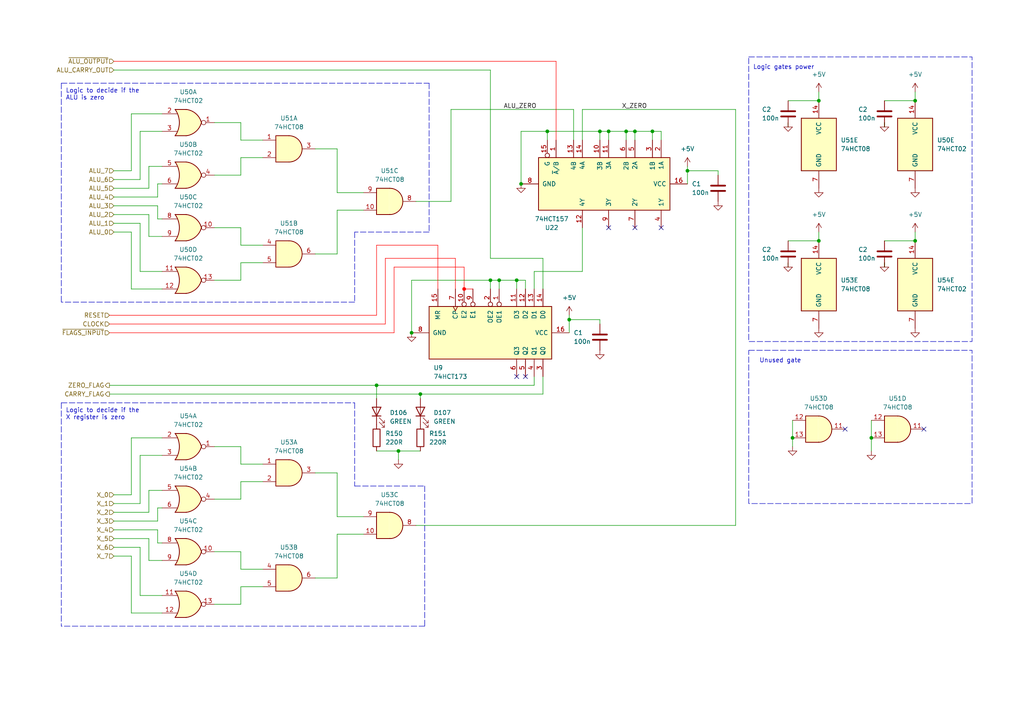
<source format=kicad_sch>
(kicad_sch (version 20230121) (generator eeschema)
  (paper "A4")
  (title_block (title "8-bit CPU") (date "2023-11-28") (rev "1.0") (company "TBR Designs"))
  (lib_symbols
    (symbol "01_my_library:74HCT157" (pin_names (offset 1.016))
      (property "Reference" "U" (at -7.62 20.32 0))
      (property "Value" "74HCT157" (at -7.62 -21.59 0))
      (symbol "74HCT157_1_0"
        (pin input line (at -12.7 -13.97 0) (length 5.08) (name "~{A}/B") (number "1"))
        (pin input line (at -12.7 -1.27 0) (length 5.08) (name "3B") (number "10"))
        (pin input line (at -12.7 1.27 0) (length 5.08) (name "3A") (number "11"))
        (pin output line (at 12.7 -6.35 180) (length 5.08) (name "4Y") (number "12"))
        (pin input line (at -12.7 -8.89 0) (length 5.08) (name "4B") (number "13"))
        (pin input line (at -12.7 -6.35 0) (length 5.08) (name "4A") (number "14"))
        (pin input inverted (at -12.7 -16.51 0) (length 5.08) (name "G") (number "15"))
        (pin power_in line (at 0 24.13 270) (length 5.08) (name "VCC") (number "16"))
        (pin input line (at -12.7 16.51 0) (length 5.08) (name "1A") (number "2"))
        (pin input line (at -12.7 13.97 0) (length 5.08) (name "1B") (number "3"))
        (pin output line (at 12.7 16.51 180) (length 5.08) (name "1Y") (number "4"))
        (pin input line (at -12.7 8.89 0) (length 5.08) (name "2A") (number "5"))
        (pin input line (at -12.7 6.35 0) (length 5.08) (name "2B") (number "6"))
        (pin output line (at 12.7 8.89 180) (length 5.08) (name "2Y") (number "7"))
        (pin power_in line (at 0 -24.13 90) (length 5.08) (name "GND") (number "8"))
        (pin output line (at 12.7 1.27 180) (length 5.08) (name "3Y") (number "9"))
      )
      (symbol "74HCT157_1_1"
        (rectangle (start -7.62 19.05) (end 7.62 -19.05) (stroke (width 0.254)) (fill (type background)))
      )
    )
    (symbol "74xx:74HCT02" (pin_names (offset 1.016))
      (property "Reference" "U" (at 0 1.27 0))
      (property "Value" "74HCT02" (at 0 -1.27 0))
      (symbol "74HCT02_1_1"
        (arc (start -3.81 -3.81) (mid -2.589 0) (end -3.81 3.81) (stroke (width 0.254)))
        (arc (start -0.6096 -3.81) (mid 2.1842 -2.5851) (end 3.81 0) (stroke (width 0.254)) (fill (type background)))
        (polyline (pts (xy -3.81 -3.81) (xy -0.635 -3.81)) (stroke (width 0.254)) (fill (type background)))
        (polyline (pts (xy -3.81 3.81) (xy -0.635 3.81)) (stroke (width 0.254)) (fill (type background)))
        (polyline (pts (xy -0.635 3.81) (xy -3.81 3.81) (xy -3.81 3.81) (xy -3.556 3.4036) (xy -3.0226 2.2606) (xy -2.6924 1.0414) (xy -2.6162 -0.254) (xy -2.7686 -1.4986) (xy -3.175 -2.7178) (xy -3.81 -3.81) (xy -3.81 -3.81) (xy -0.635 -3.81)) (stroke (width -25.4)) (fill (type background)))
        (arc (start 3.81 0) (mid 2.1915 2.5936) (end -0.6096 3.81) (stroke (width 0.254)) (fill (type background)))
        (pin output inverted (at 7.62 0 180) (length 3.81) (name "~") (number "1"))
        (pin input line (at -7.62 2.54 0) (length 4.318) (name "~") (number "2"))
        (pin input line (at -7.62 -2.54 0) (length 4.318) (name "~") (number "3"))
      )
      (symbol "74HCT02_1_2"
        (arc (start 0 -3.81) (mid 3.7934 0) (end 0 3.81) (stroke (width 0.254)) (fill (type background)))
        (polyline (pts (xy 0 3.81) (xy -3.81 3.81) (xy -3.81 -3.81) (xy 0 -3.81)) (stroke (width 0.254)) (fill (type background)))
        (pin output line (at 7.62 0 180) (length 3.81) (name "~") (number "1"))
        (pin input inverted (at -7.62 2.54 0) (length 3.81) (name "~") (number "2"))
        (pin input inverted (at -7.62 -2.54 0) (length 3.81) (name "~") (number "3"))
      )
      (symbol "74HCT02_2_1"
        (arc (start -3.81 -3.81) (mid -2.589 0) (end -3.81 3.81) (stroke (width 0.254)))
        (arc (start -0.6096 -3.81) (mid 2.1842 -2.5851) (end 3.81 0) (stroke (width 0.254)) (fill (type background)))
        (polyline (pts (xy -3.81 -3.81) (xy -0.635 -3.81)) (stroke (width 0.254)) (fill (type background)))
        (polyline (pts (xy -3.81 3.81) (xy -0.635 3.81)) (stroke (width 0.254)) (fill (type background)))
        (polyline (pts (xy -0.635 3.81) (xy -3.81 3.81) (xy -3.81 3.81) (xy -3.556 3.4036) (xy -3.0226 2.2606) (xy -2.6924 1.0414) (xy -2.6162 -0.254) (xy -2.7686 -1.4986) (xy -3.175 -2.7178) (xy -3.81 -3.81) (xy -3.81 -3.81) (xy -0.635 -3.81)) (stroke (width -25.4)) (fill (type background)))
        (arc (start 3.81 0) (mid 2.1915 2.5936) (end -0.6096 3.81) (stroke (width 0.254)) (fill (type background)))
        (pin output inverted (at 7.62 0 180) (length 3.81) (name "~") (number "4"))
        (pin input line (at -7.62 2.54 0) (length 4.318) (name "~") (number "5"))
        (pin input line (at -7.62 -2.54 0) (length 4.318) (name "~") (number "6"))
      )
      (symbol "74HCT02_2_2"
        (arc (start 0 -3.81) (mid 3.7934 0) (end 0 3.81) (stroke (width 0.254)) (fill (type background)))
        (polyline (pts (xy 0 3.81) (xy -3.81 3.81) (xy -3.81 -3.81) (xy 0 -3.81)) (stroke (width 0.254)) (fill (type background)))
        (pin output line (at 7.62 0 180) (length 3.81) (name "~") (number "4"))
        (pin input inverted (at -7.62 2.54 0) (length 3.81) (name "~") (number "5"))
        (pin input inverted (at -7.62 -2.54 0) (length 3.81) (name "~") (number "6"))
      )
      (symbol "74HCT02_3_1"
        (arc (start -3.81 -3.81) (mid -2.589 0) (end -3.81 3.81) (stroke (width 0.254)))
        (arc (start -0.6096 -3.81) (mid 2.1842 -2.5851) (end 3.81 0) (stroke (width 0.254)) (fill (type background)))
        (polyline (pts (xy -3.81 -3.81) (xy -0.635 -3.81)) (stroke (width 0.254)) (fill (type background)))
        (polyline (pts (xy -3.81 3.81) (xy -0.635 3.81)) (stroke (width 0.254)) (fill (type background)))
        (polyline (pts (xy -0.635 3.81) (xy -3.81 3.81) (xy -3.81 3.81) (xy -3.556 3.4036) (xy -3.0226 2.2606) (xy -2.6924 1.0414) (xy -2.6162 -0.254) (xy -2.7686 -1.4986) (xy -3.175 -2.7178) (xy -3.81 -3.81) (xy -3.81 -3.81) (xy -0.635 -3.81)) (stroke (width -25.4)) (fill (type background)))
        (arc (start 3.81 0) (mid 2.1915 2.5936) (end -0.6096 3.81) (stroke (width 0.254)) (fill (type background)))
        (pin output inverted (at 7.62 0 180) (length 3.81) (name "~") (number "10"))
        (pin input line (at -7.62 2.54 0) (length 4.318) (name "~") (number "8"))
        (pin input line (at -7.62 -2.54 0) (length 4.318) (name "~") (number "9"))
      )
      (symbol "74HCT02_3_2"
        (arc (start 0 -3.81) (mid 3.7934 0) (end 0 3.81) (stroke (width 0.254)) (fill (type background)))
        (polyline (pts (xy 0 3.81) (xy -3.81 3.81) (xy -3.81 -3.81) (xy 0 -3.81)) (stroke (width 0.254)) (fill (type background)))
        (pin output line (at 7.62 0 180) (length 3.81) (name "~") (number "10"))
        (pin input inverted (at -7.62 2.54 0) (length 3.81) (name "~") (number "8"))
        (pin input inverted (at -7.62 -2.54 0) (length 3.81) (name "~") (number "9"))
      )
      (symbol "74HCT02_4_1"
        (arc (start -3.81 -3.81) (mid -2.589 0) (end -3.81 3.81) (stroke (width 0.254)))
        (arc (start -0.6096 -3.81) (mid 2.1842 -2.5851) (end 3.81 0) (stroke (width 0.254)) (fill (type background)))
        (polyline (pts (xy -3.81 -3.81) (xy -0.635 -3.81)) (stroke (width 0.254)) (fill (type background)))
        (polyline (pts (xy -3.81 3.81) (xy -0.635 3.81)) (stroke (width 0.254)) (fill (type background)))
        (polyline (pts (xy -0.635 3.81) (xy -3.81 3.81) (xy -3.81 3.81) (xy -3.556 3.4036) (xy -3.0226 2.2606) (xy -2.6924 1.0414) (xy -2.6162 -0.254) (xy -2.7686 -1.4986) (xy -3.175 -2.7178) (xy -3.81 -3.81) (xy -3.81 -3.81) (xy -0.635 -3.81)) (stroke (width -25.4)) (fill (type background)))
        (arc (start 3.81 0) (mid 2.1915 2.5936) (end -0.6096 3.81) (stroke (width 0.254)) (fill (type background)))
        (pin input line (at -7.62 2.54 0) (length 4.318) (name "~") (number "11"))
        (pin input line (at -7.62 -2.54 0) (length 4.318) (name "~") (number "12"))
        (pin output inverted (at 7.62 0 180) (length 3.81) (name "~") (number "13"))
      )
      (symbol "74HCT02_4_2"
        (arc (start 0 -3.81) (mid 3.7934 0) (end 0 3.81) (stroke (width 0.254)) (fill (type background)))
        (polyline (pts (xy 0 3.81) (xy -3.81 3.81) (xy -3.81 -3.81) (xy 0 -3.81)) (stroke (width 0.254)) (fill (type background)))
        (pin input inverted (at -7.62 2.54 0) (length 3.81) (name "~") (number "11"))
        (pin input inverted (at -7.62 -2.54 0) (length 3.81) (name "~") (number "12"))
        (pin output line (at 7.62 0 180) (length 3.81) (name "~") (number "13"))
      )
      (symbol "74HCT02_5_0"
        (pin power_in line (at 0 12.7 270) (length 5.08) (name "VCC") (number "14"))
        (pin power_in line (at 0 -12.7 90) (length 5.08) (name "GND") (number "7"))
      )
      (symbol "74HCT02_5_1"
        (rectangle (start -5.08 7.62) (end 5.08 -7.62) (stroke (width 0.254)) (fill (type background)))
      )
    )
    (symbol "74xx:74LS08" (pin_names (offset 1.016))
      (property "Reference" "U" (at 0 1.27 0))
      (property "Value" "74LS08" (at 0 -1.27 0))
      (symbol "74LS08_1_1"
        (arc (start 0 -3.81) (mid 3.7934 0) (end 0 3.81) (stroke (width 0.254)) (fill (type background)))
        (polyline (pts (xy 0 3.81) (xy -3.81 3.81) (xy -3.81 -3.81) (xy 0 -3.81)) (stroke (width 0.254)) (fill (type background)))
        (pin input line (at -7.62 2.54 0) (length 3.81) (name "~") (number "1"))
        (pin input line (at -7.62 -2.54 0) (length 3.81) (name "~") (number "2"))
        (pin output line (at 7.62 0 180) (length 3.81) (name "~") (number "3"))
      )
      (symbol "74LS08_1_2"
        (arc (start -3.81 -3.81) (mid -2.589 0) (end -3.81 3.81) (stroke (width 0.254)))
        (arc (start -0.6096 -3.81) (mid 2.1842 -2.5851) (end 3.81 0) (stroke (width 0.254)) (fill (type background)))
        (polyline (pts (xy -3.81 -3.81) (xy -0.635 -3.81)) (stroke (width 0.254)) (fill (type background)))
        (polyline (pts (xy -3.81 3.81) (xy -0.635 3.81)) (stroke (width 0.254)) (fill (type background)))
        (polyline (pts (xy -0.635 3.81) (xy -3.81 3.81) (xy -3.81 3.81) (xy -3.556 3.4036) (xy -3.0226 2.2606) (xy -2.6924 1.0414) (xy -2.6162 -0.254) (xy -2.7686 -1.4986) (xy -3.175 -2.7178) (xy -3.81 -3.81) (xy -3.81 -3.81) (xy -0.635 -3.81)) (stroke (width -25.4)) (fill (type background)))
        (arc (start 3.81 0) (mid 2.1915 2.5936) (end -0.6096 3.81) (stroke (width 0.254)) (fill (type background)))
        (pin input inverted (at -7.62 2.54 0) (length 4.318) (name "~") (number "1"))
        (pin input inverted (at -7.62 -2.54 0) (length 4.318) (name "~") (number "2"))
        (pin output inverted (at 7.62 0 180) (length 3.81) (name "~") (number "3"))
      )
      (symbol "74LS08_2_1"
        (arc (start 0 -3.81) (mid 3.7934 0) (end 0 3.81) (stroke (width 0.254)) (fill (type background)))
        (polyline (pts (xy 0 3.81) (xy -3.81 3.81) (xy -3.81 -3.81) (xy 0 -3.81)) (stroke (width 0.254)) (fill (type background)))
        (pin input line (at -7.62 2.54 0) (length 3.81) (name "~") (number "4"))
        (pin input line (at -7.62 -2.54 0) (length 3.81) (name "~") (number "5"))
        (pin output line (at 7.62 0 180) (length 3.81) (name "~") (number "6"))
      )
      (symbol "74LS08_2_2"
        (arc (start -3.81 -3.81) (mid -2.589 0) (end -3.81 3.81) (stroke (width 0.254)))
        (arc (start -0.6096 -3.81) (mid 2.1842 -2.5851) (end 3.81 0) (stroke (width 0.254)) (fill (type background)))
        (polyline (pts (xy -3.81 -3.81) (xy -0.635 -3.81)) (stroke (width 0.254)) (fill (type background)))
        (polyline (pts (xy -3.81 3.81) (xy -0.635 3.81)) (stroke (width 0.254)) (fill (type background)))
        (polyline (pts (xy -0.635 3.81) (xy -3.81 3.81) (xy -3.81 3.81) (xy -3.556 3.4036) (xy -3.0226 2.2606) (xy -2.6924 1.0414) (xy -2.6162 -0.254) (xy -2.7686 -1.4986) (xy -3.175 -2.7178) (xy -3.81 -3.81) (xy -3.81 -3.81) (xy -0.635 -3.81)) (stroke (width -25.4)) (fill (type background)))
        (arc (start 3.81 0) (mid 2.1915 2.5936) (end -0.6096 3.81) (stroke (width 0.254)) (fill (type background)))
        (pin input inverted (at -7.62 2.54 0) (length 4.318) (name "~") (number "4"))
        (pin input inverted (at -7.62 -2.54 0) (length 4.318) (name "~") (number "5"))
        (pin output inverted (at 7.62 0 180) (length 3.81) (name "~") (number "6"))
      )
      (symbol "74LS08_3_1"
        (arc (start 0 -3.81) (mid 3.7934 0) (end 0 3.81) (stroke (width 0.254)) (fill (type background)))
        (polyline (pts (xy 0 3.81) (xy -3.81 3.81) (xy -3.81 -3.81) (xy 0 -3.81)) (stroke (width 0.254)) (fill (type background)))
        (pin input line (at -7.62 -2.54 0) (length 3.81) (name "~") (number "10"))
        (pin output line (at 7.62 0 180) (length 3.81) (name "~") (number "8"))
        (pin input line (at -7.62 2.54 0) (length 3.81) (name "~") (number "9"))
      )
      (symbol "74LS08_3_2"
        (arc (start -3.81 -3.81) (mid -2.589 0) (end -3.81 3.81) (stroke (width 0.254)))
        (arc (start -0.6096 -3.81) (mid 2.1842 -2.5851) (end 3.81 0) (stroke (width 0.254)) (fill (type background)))
        (polyline (pts (xy -3.81 -3.81) (xy -0.635 -3.81)) (stroke (width 0.254)) (fill (type background)))
        (polyline (pts (xy -3.81 3.81) (xy -0.635 3.81)) (stroke (width 0.254)) (fill (type background)))
        (polyline (pts (xy -0.635 3.81) (xy -3.81 3.81) (xy -3.81 3.81) (xy -3.556 3.4036) (xy -3.0226 2.2606) (xy -2.6924 1.0414) (xy -2.6162 -0.254) (xy -2.7686 -1.4986) (xy -3.175 -2.7178) (xy -3.81 -3.81) (xy -3.81 -3.81) (xy -0.635 -3.81)) (stroke (width -25.4)) (fill (type background)))
        (arc (start 3.81 0) (mid 2.1915 2.5936) (end -0.6096 3.81) (stroke (width 0.254)) (fill (type background)))
        (pin input inverted (at -7.62 -2.54 0) (length 4.318) (name "~") (number "10"))
        (pin output inverted (at 7.62 0 180) (length 3.81) (name "~") (number "8"))
        (pin input inverted (at -7.62 2.54 0) (length 4.318) (name "~") (number "9"))
      )
      (symbol "74LS08_4_1"
        (arc (start 0 -3.81) (mid 3.7934 0) (end 0 3.81) (stroke (width 0.254)) (fill (type background)))
        (polyline (pts (xy 0 3.81) (xy -3.81 3.81) (xy -3.81 -3.81) (xy 0 -3.81)) (stroke (width 0.254)) (fill (type background)))
        (pin output line (at 7.62 0 180) (length 3.81) (name "~") (number "11"))
        (pin input line (at -7.62 2.54 0) (length 3.81) (name "~") (number "12"))
        (pin input line (at -7.62 -2.54 0) (length 3.81) (name "~") (number "13"))
      )
      (symbol "74LS08_4_2"
        (arc (start -3.81 -3.81) (mid -2.589 0) (end -3.81 3.81) (stroke (width 0.254)))
        (arc (start -0.6096 -3.81) (mid 2.1842 -2.5851) (end 3.81 0) (stroke (width 0.254)) (fill (type background)))
        (polyline (pts (xy -3.81 -3.81) (xy -0.635 -3.81)) (stroke (width 0.254)) (fill (type background)))
        (polyline (pts (xy -3.81 3.81) (xy -0.635 3.81)) (stroke (width 0.254)) (fill (type background)))
        (polyline (pts (xy -0.635 3.81) (xy -3.81 3.81) (xy -3.81 3.81) (xy -3.556 3.4036) (xy -3.0226 2.2606) (xy -2.6924 1.0414) (xy -2.6162 -0.254) (xy -2.7686 -1.4986) (xy -3.175 -2.7178) (xy -3.81 -3.81) (xy -3.81 -3.81) (xy -0.635 -3.81)) (stroke (width -25.4)) (fill (type background)))
        (arc (start 3.81 0) (mid 2.1915 2.5936) (end -0.6096 3.81) (stroke (width 0.254)) (fill (type background)))
        (pin output inverted (at 7.62 0 180) (length 3.81) (name "~") (number "11"))
        (pin input inverted (at -7.62 2.54 0) (length 4.318) (name "~") (number "12"))
        (pin input inverted (at -7.62 -2.54 0) (length 4.318) (name "~") (number "13"))
      )
      (symbol "74LS08_5_0"
        (pin power_in line (at 0 12.7 270) (length 5.08) (name "VCC") (number "14"))
        (pin power_in line (at 0 -12.7 90) (length 5.08) (name "GND") (number "7"))
      )
      (symbol "74LS08_5_1"
        (rectangle (start -5.08 7.62) (end 5.08 -7.62) (stroke (width 0.254)) (fill (type background)))
      )
    )
    (symbol "74xx:74LS173" (pin_names (offset 1.016))
      (property "Reference" "U" (at -7.62 19.05 0))
      (property "Value" "74LS173" (at -7.62 -19.05 0))
      (symbol "74LS173_1_0"
        (pin input inverted (at -12.7 2.54 0) (length 5.08) (name "OE1") (number "1"))
        (pin input inverted (at -12.7 -7.62 0) (length 5.08) (name "E2") (number "10"))
        (pin input line (at -12.7 7.62 0) (length 5.08) (name "D3") (number "11"))
        (pin input line (at -12.7 10.16 0) (length 5.08) (name "D2") (number "12"))
        (pin input line (at -12.7 12.7 0) (length 5.08) (name "D1") (number "13"))
        (pin input line (at -12.7 15.24 0) (length 5.08) (name "D0") (number "14"))
        (pin input line (at -12.7 -15.24 0) (length 5.08) (name "MR") (number "15"))
        (pin power_in line (at 0 22.86 270) (length 5.08) (name "VCC") (number "16"))
        (pin input inverted (at -12.7 0 0) (length 5.08) (name "OE2") (number "2"))
        (pin tri_state line (at 12.7 15.24 180) (length 5.08) (name "Q0") (number "3"))
        (pin tri_state line (at 12.7 12.7 180) (length 5.08) (name "Q1") (number "4"))
        (pin tri_state line (at 12.7 10.16 180) (length 5.08) (name "Q2") (number "5"))
        (pin tri_state line (at 12.7 7.62 180) (length 5.08) (name "Q3") (number "6"))
        (pin input clock (at -12.7 -10.16 0) (length 5.08) (name "CP") (number "7"))
        (pin power_in line (at 0 -22.86 90) (length 5.08) (name "GND") (number "8"))
        (pin input inverted (at -12.7 -5.08 0) (length 5.08) (name "E1") (number "9"))
      )
      (symbol "74LS173_1_1"
        (rectangle (start -7.62 17.78) (end 7.62 -17.78) (stroke (width 0.254)) (fill (type background)))
      )
    )
    (symbol "Device:C" (pin_numbers hide) (pin_names (offset 0.254))
      (property "Reference" "C" (at 0.635 2.54 0))
      (property "Value" "C" (at 0.635 -2.54 0))
      (symbol "C_0_1"
        (polyline (pts (xy -2.032 -0.762) (xy 2.032 -0.762)) (stroke (width 0.508)))
        (polyline (pts (xy -2.032 0.762) (xy 2.032 0.762)) (stroke (width 0.508)))
      )
      (symbol "C_1_1"
        (pin passive line (at 0 3.81 270) (length 2.794) (name "~") (number "1"))
        (pin passive line (at 0 -3.81 90) (length 2.794) (name "~") (number "2"))
      )
    )
    (symbol "Device:LED" (pin_numbers hide) (pin_names (offset 1.016) hide)
      (property "Reference" "D" (at 0 2.54 0))
      (property "Value" "LED" (at 0 -2.54 0))
      (symbol "LED_0_1"
        (polyline (pts (xy -1.27 -1.27) (xy -1.27 1.27)) (stroke (width 0.254)))
        (polyline (pts (xy -1.27 0) (xy 1.27 0)))
        (polyline (pts (xy 1.27 -1.27) (xy 1.27 1.27) (xy -1.27 0) (xy 1.27 -1.27)) (stroke (width 0.254)))
        (polyline (pts (xy -3.048 -0.762) (xy -4.572 -2.286) (xy -3.81 -2.286) (xy -4.572 -2.286) (xy -4.572 -1.524)))
        (polyline (pts (xy -1.778 -0.762) (xy -3.302 -2.286) (xy -2.54 -2.286) (xy -3.302 -2.286) (xy -3.302 -1.524)))
      )
      (symbol "LED_1_1"
        (pin passive line (at -3.81 0 0) (length 2.54) (name "K") (number "1"))
        (pin passive line (at 3.81 0 180) (length 2.54) (name "A") (number "2"))
      )
    )
    (symbol "Device:R" (pin_numbers hide) (pin_names (offset 0))
      (property "Reference" "R" (at 2.032 0 90))
      (property "Value" "R" (at 0 0 90))
      (symbol "R_0_1"
        (rectangle (start -1.016 -2.54) (end 1.016 2.54) (stroke (width 0.254)))
      )
      (symbol "R_1_1"
        (pin passive line (at 0 3.81 270) (length 1.27) (name "~") (number "1"))
        (pin passive line (at 0 -3.81 90) (length 1.27) (name "~") (number "2"))
      )
    )
    (symbol "power:+5V" (power) (pin_names (offset 0))
      (property "Value" "+5V" (at 0 3.556 0))
      (symbol "+5V_0_1"
        (polyline (pts (xy -0.762 1.27) (xy 0 2.54)))
        (polyline (pts (xy 0 0) (xy 0 2.54)))
        (polyline (pts (xy 0 2.54) (xy 0.762 1.27)))
      )
      (symbol "+5V_1_1"
        (pin power_in line (at 0 0 90) (length 0) hide (name "+5V") (number "1"))
      )
    )
    (symbol "power:GND" (power) (pin_names (offset 0))
      (property "Value" "GND" (at 0 -3.81 0))
      (symbol "GND_0_1"
        (polyline (pts (xy 0 0) (xy 0 -1.27) (xy 1.27 -1.27) (xy 0 -2.54) (xy -1.27 -1.27) (xy 0 -1.27)))
      )
      (symbol "GND_1_1"
        (pin power_in line (at 0 0 270) (length 0) hide (name "GND") (number "1"))
      )
    )
  )
  (junction (at 176.53 38.1))
  (junction (at 237.49 29.21))
  (junction (at 181.61 38.1))
  (junction (at 121.92 114.3))
  (junction (at 252.73 127))
  (junction (at 265.43 69.85))
  (junction (at 115.57 130.81))
  (junction (at 144.78 81.28))
  (junction (at 229.87 127))
  (junction (at 237.49 69.85))
  (junction (at 134.62 83.82) (color 255 0 0 1))
  (junction (at 149.86 81.28))
  (junction (at 173.99 38.1))
  (junction (at 189.23 38.1))
  (junction (at 199.39 49.53))
  (junction (at 265.43 29.21))
  (junction (at 165.1 92.71))
  (junction (at 158.75 38.1))
  (junction (at 184.15 38.1))
  (junction (at 142.24 81.28))
  (junction (at 151.13 53.34))
  (junction (at 109.22 111.76))
  (junction (at 119.38 96.52))
  (no_connect (at 191.77 66.04))
  (no_connect (at 267.97 124.46))
  (no_connect (at 184.15 66.04))
  (no_connect (at 176.53 66.04))
  (no_connect (at 245.11 124.46))
  (no_connect (at 149.86 109.22))
  (no_connect (at 152.4 109.22))
  (wire (pts (xy 144.78 81.28) (xy 149.86 81.28)))
  (wire (pts (xy 265.43 26.67) (xy 265.43 29.21)))
  (wire (pts (xy 189.23 38.1) (xy 184.15 38.1)))
  (wire (pts (xy 165.1 92.71) (xy 165.1 96.52)))
  (wire (pts (xy 165.1 92.71) (xy 165.1 91.44)))
  (wire (pts (xy 33.02 148.59) (xy 43.18 148.59)))
  (wire (pts (xy 40.64 78.74) (xy 46.99 78.74)))
  (wire (pts (xy 237.49 26.67) (xy 237.49 29.21)))
  (wire (pts (xy 120.65 58.42) (xy 130.81 58.42)))
  (polyline (pts (xy 17.78 24.13) (xy 17.78 87.63)) (stroke (width 0) (type dash)))
  (wire (pts (xy 213.36 152.4) (xy 213.36 31.75)))
  (wire (pts (xy 62.23 35.56) (xy 69.85 35.56)))
  (wire (pts (xy 229.87 121.92) (xy 229.87 127)))
  (wire (pts (xy 191.77 40.64) (xy 191.77 38.1)))
  (wire (pts (xy 91.44 137.16) (xy 97.79 137.16)))
  (wire (pts (xy 127 71.12) (xy 127 83.82)) (stroke (width 0) (color 255 0 0 1)))
  (wire (pts (xy 69.85 134.62) (xy 76.2 134.62)))
  (wire (pts (xy 97.79 43.18) (xy 97.79 55.88)))
  (wire (pts (xy 43.18 148.59) (xy 43.18 142.24)))
  (wire (pts (xy 33.02 59.69) (xy 45.72 59.69)))
  (wire (pts (xy 154.94 78.74) (xy 154.94 83.82)))
  (wire (pts (xy 33.02 54.61) (xy 43.18 54.61)))
  (polyline (pts (xy 102.87 67.31) (xy 102.87 87.63)) (stroke (width 0) (type dash)))
  (wire (pts (xy 208.28 49.53) (xy 199.39 49.53)))
  (wire (pts (xy 91.44 167.64) (xy 97.79 167.64)))
  (wire (pts (xy 228.6 29.21) (xy 237.49 29.21)))
  (wire (pts (xy 62.23 175.26) (xy 69.85 175.26)))
  (wire (pts (xy 181.61 38.1) (xy 176.53 38.1)))
  (wire (pts (xy 149.86 81.28) (xy 149.86 83.82)))
  (wire (pts (xy 69.85 129.54) (xy 69.85 134.62)))
  (wire (pts (xy 158.75 38.1) (xy 158.75 40.64)))
  (wire (pts (xy 199.39 49.53) (xy 199.39 48.26)))
  (wire (pts (xy 45.72 153.67) (xy 45.72 157.48)))
  (wire (pts (xy 176.53 38.1) (xy 176.53 40.64)))
  (wire (pts (xy 97.79 149.86) (xy 105.41 149.86)))
  (wire (pts (xy 69.85 165.1) (xy 76.2 165.1)))
  (wire (pts (xy 33.02 146.05) (xy 40.64 146.05)))
  (wire (pts (xy 168.91 31.75) (xy 168.91 40.64)))
  (wire (pts (xy 184.15 38.1) (xy 184.15 40.64)))
  (wire (pts (xy 33.02 49.53) (xy 38.1 49.53)))
  (wire (pts (xy 256.54 76.2) (xy 256.54 77.47)))
  (wire (pts (xy 237.49 67.31) (xy 237.49 69.85)))
  (wire (pts (xy 33.02 156.21) (xy 43.18 156.21)))
  (wire (pts (xy 252.73 121.92) (xy 252.73 127)))
  (wire (pts (xy 69.85 35.56) (xy 69.85 40.64)))
  (wire (pts (xy 69.85 50.8) (xy 69.85 45.72)))
  (wire (pts (xy 38.1 177.8) (xy 46.99 177.8)))
  (wire (pts (xy 111.76 74.93) (xy 132.08 74.93)) (stroke (width 0) (color 255 0 0 1)))
  (wire (pts (xy 176.53 38.1) (xy 173.99 38.1)))
  (wire (pts (xy 40.64 172.72) (xy 46.99 172.72)))
  (wire (pts (xy 142.24 81.28) (xy 144.78 81.28)))
  (wire (pts (xy 173.99 38.1) (xy 158.75 38.1)))
  (wire (pts (xy 33.02 158.75) (xy 40.64 158.75)))
  (wire (pts (xy 43.18 48.26) (xy 46.99 48.26)))
  (wire (pts (xy 62.23 66.04) (xy 69.85 66.04)))
  (wire (pts (xy 97.79 73.66) (xy 97.79 60.96)))
  (wire (pts (xy 157.48 109.22) (xy 157.48 114.3)))
  (wire (pts (xy 142.24 74.93) (xy 157.48 74.93)))
  (wire (pts (xy 119.38 81.28) (xy 119.38 96.52)))
  (polyline (pts (xy 123.19 140.97) (xy 123.19 181.61)) (stroke (width 0) (type dash)))
  (wire (pts (xy 173.99 38.1) (xy 173.99 40.64)))
  (wire (pts (xy 33.02 143.51) (xy 38.1 143.51)))
  (wire (pts (xy 142.24 83.82) (xy 142.24 81.28)))
  (wire (pts (xy 161.29 17.78) (xy 161.29 40.64)) (stroke (width 0) (color 255 0 0 1)))
  (wire (pts (xy 38.1 143.51) (xy 38.1 127)))
  (wire (pts (xy 189.23 38.1) (xy 189.23 40.64)))
  (wire (pts (xy 97.79 154.94) (xy 105.41 154.94)))
  (wire (pts (xy 43.18 156.21) (xy 43.18 162.56)))
  (wire (pts (xy 38.1 49.53) (xy 38.1 33.02)))
  (wire (pts (xy 62.23 144.78) (xy 69.85 144.78)))
  (wire (pts (xy 38.1 161.29) (xy 38.1 177.8)))
  (wire (pts (xy 152.4 83.82) (xy 152.4 81.28)))
  (wire (pts (xy 69.85 66.04) (xy 69.85 71.12)))
  (wire (pts (xy 38.1 33.02) (xy 46.99 33.02)))
  (polyline (pts (xy 17.78 24.13) (xy 124.46 24.13)) (stroke (width 0) (type dash)))
  (wire (pts (xy 173.99 92.71) (xy 165.1 92.71)))
  (wire (pts (xy 62.23 50.8) (xy 69.85 50.8)))
  (wire (pts (xy 43.18 162.56) (xy 46.99 162.56)))
  (wire (pts (xy 38.1 127) (xy 46.99 127)))
  (wire (pts (xy 45.72 157.48) (xy 46.99 157.48)))
  (wire (pts (xy 109.22 111.76) (xy 109.22 115.57)))
  (wire (pts (xy 62.23 129.54) (xy 69.85 129.54)))
  (wire (pts (xy 45.72 63.5) (xy 46.99 63.5)))
  (wire (pts (xy 91.44 73.66) (xy 97.79 73.66)))
  (wire (pts (xy 256.54 69.85) (xy 265.43 69.85)))
  (wire (pts (xy 151.13 38.1) (xy 151.13 53.34)))
  (wire (pts (xy 33.02 62.23) (xy 43.18 62.23)))
  (wire (pts (xy 168.91 66.04) (xy 168.91 78.74)))
  (wire (pts (xy 109.22 111.76) (xy 154.94 111.76)))
  (polyline (pts (xy 124.46 67.31) (xy 102.87 67.31)) (stroke (width 0) (type dash)))
  (wire (pts (xy 45.72 57.15) (xy 45.72 53.34)))
  (wire (pts (xy 157.48 74.93) (xy 157.48 83.82)))
  (wire (pts (xy 121.92 115.57) (xy 121.92 114.3)))
  (polyline (pts (xy 102.87 116.84) (xy 102.87 140.97)) (stroke (width 0) (type dash)))
  (polyline (pts (xy 102.87 87.63) (xy 17.78 87.63)) (stroke (width 0) (type dash)))
  (wire (pts (xy 114.3 77.47) (xy 134.62 77.47)) (stroke (width 0) (color 255 0 0 1)))
  (wire (pts (xy 33.02 161.29) (xy 38.1 161.29)))
  (wire (pts (xy 33.02 151.13) (xy 45.72 151.13)))
  (wire (pts (xy 38.1 83.82) (xy 46.99 83.82)))
  (wire (pts (xy 69.85 81.28) (xy 69.85 76.2)))
  (wire (pts (xy 158.75 38.1) (xy 151.13 38.1)))
  (wire (pts (xy 130.81 58.42) (xy 130.81 31.75)))
  (wire (pts (xy 97.79 60.96) (xy 105.41 60.96)))
  (wire (pts (xy 120.65 152.4) (xy 213.36 152.4)))
  (wire (pts (xy 69.85 45.72) (xy 76.2 45.72)))
  (wire (pts (xy 69.85 144.78) (xy 69.85 139.7)))
  (wire (pts (xy 31.75 93.98) (xy 111.76 93.98)) (stroke (width 0) (color 255 0 0 1)))
  (wire (pts (xy 62.23 81.28) (xy 69.85 81.28)))
  (wire (pts (xy 134.62 77.47) (xy 134.62 83.82)) (stroke (width 0) (color 255 0 0 1)))
  (wire (pts (xy 40.64 38.1) (xy 46.99 38.1)))
  (wire (pts (xy 33.02 57.15) (xy 45.72 57.15)))
  (wire (pts (xy 45.72 147.32) (xy 46.99 147.32)))
  (wire (pts (xy 33.02 52.07) (xy 40.64 52.07)))
  (wire (pts (xy 149.86 81.28) (xy 152.4 81.28)))
  (wire (pts (xy 144.78 83.82) (xy 144.78 81.28)))
  (wire (pts (xy 228.6 35.56) (xy 228.6 36.83)))
  (polyline (pts (xy 17.78 116.84) (xy 17.78 181.61)) (stroke (width 0) (type dash)))
  (wire (pts (xy 109.22 71.12) (xy 127 71.12)) (stroke (width 0) (color 255 0 0 1)))
  (wire (pts (xy 33.02 20.32) (xy 142.24 20.32)))
  (wire (pts (xy 265.43 67.31) (xy 265.43 69.85)))
  (wire (pts (xy 166.37 31.75) (xy 166.37 40.64)))
  (wire (pts (xy 181.61 38.1) (xy 181.61 40.64)))
  (wire (pts (xy 33.02 17.78) (xy 161.29 17.78)) (stroke (width 0) (color 255 0 0 1)))
  (wire (pts (xy 97.79 167.64) (xy 97.79 154.94)))
  (wire (pts (xy 191.77 38.1) (xy 189.23 38.1)))
  (wire (pts (xy 33.02 67.31) (xy 38.1 67.31)))
  (wire (pts (xy 199.39 49.53) (xy 199.39 53.34)))
  (wire (pts (xy 31.75 114.3) (xy 121.92 114.3)))
  (polyline (pts (xy 124.46 24.13) (xy 124.46 67.31)) (stroke (width 0) (type dash)))
  (wire (pts (xy 115.57 130.81) (xy 121.92 130.81)))
  (wire (pts (xy 69.85 71.12) (xy 76.2 71.12)))
  (wire (pts (xy 228.6 76.2) (xy 228.6 77.47)))
  (wire (pts (xy 31.75 96.52) (xy 114.3 96.52)) (stroke (width 0) (color 255 0 0 1)))
  (wire (pts (xy 40.64 158.75) (xy 40.64 172.72)))
  (wire (pts (xy 109.22 91.44) (xy 109.22 71.12)) (stroke (width 0) (color 255 0 0 1)))
  (wire (pts (xy 43.18 68.58) (xy 46.99 68.58)))
  (wire (pts (xy 40.64 64.77) (xy 40.64 78.74)))
  (wire (pts (xy 115.57 130.81) (xy 115.57 133.35)))
  (wire (pts (xy 43.18 142.24) (xy 46.99 142.24)))
  (wire (pts (xy 97.79 137.16) (xy 97.79 149.86)))
  (wire (pts (xy 69.85 170.18) (xy 76.2 170.18)))
  (wire (pts (xy 252.73 127) (xy 252.73 130.81)))
  (wire (pts (xy 69.85 40.64) (xy 76.2 40.64)))
  (wire (pts (xy 33.02 153.67) (xy 45.72 153.67)))
  (wire (pts (xy 33.02 64.77) (xy 40.64 64.77)))
  (wire (pts (xy 121.92 114.3) (xy 157.48 114.3)))
  (wire (pts (xy 62.23 160.02) (xy 69.85 160.02)))
  (wire (pts (xy 109.22 130.81) (xy 115.57 130.81)))
  (wire (pts (xy 45.72 53.34) (xy 46.99 53.34)))
  (wire (pts (xy 111.76 93.98) (xy 111.76 74.93)) (stroke (width 0) (color 255 0 0 1)))
  (wire (pts (xy 40.64 146.05) (xy 40.64 132.08)))
  (wire (pts (xy 40.64 52.07) (xy 40.64 38.1)))
  (wire (pts (xy 168.91 78.74) (xy 154.94 78.74)))
  (wire (pts (xy 154.94 111.76) (xy 154.94 109.22)))
  (wire (pts (xy 31.75 111.76) (xy 109.22 111.76)))
  (wire (pts (xy 69.85 139.7) (xy 76.2 139.7)))
  (wire (pts (xy 40.64 132.08) (xy 46.99 132.08)))
  (wire (pts (xy 91.44 43.18) (xy 97.79 43.18)))
  (polyline (pts (xy 102.87 140.97) (xy 123.19 140.97)) (stroke (width 0) (type dash)))
  (wire (pts (xy 256.54 29.21) (xy 265.43 29.21)))
  (wire (pts (xy 38.1 67.31) (xy 38.1 83.82)))
  (wire (pts (xy 43.18 54.61) (xy 43.18 48.26)))
  (wire (pts (xy 208.28 50.8) (xy 208.28 49.53)))
  (wire (pts (xy 97.79 55.88) (xy 105.41 55.88)))
  (wire (pts (xy 132.08 74.93) (xy 132.08 83.82)) (stroke (width 0) (color 255 0 0 1)))
  (wire (pts (xy 130.81 31.75) (xy 166.37 31.75)))
  (wire (pts (xy 69.85 76.2) (xy 76.2 76.2)))
  (polyline (pts (xy 123.19 181.61) (xy 17.78 181.61)) (stroke (width 0) (type dash)))
  (wire (pts (xy 114.3 96.52) (xy 114.3 77.47)) (stroke (width 0) (color 255 0 0 1)))
  (wire (pts (xy 256.54 35.56) (xy 256.54 36.83)))
  (wire (pts (xy 31.75 91.44) (xy 109.22 91.44)) (stroke (width 0) (color 255 0 0 1)))
  (wire (pts (xy 69.85 160.02) (xy 69.85 165.1)))
  (wire (pts (xy 213.36 31.75) (xy 168.91 31.75)))
  (wire (pts (xy 184.15 38.1) (xy 181.61 38.1)))
  (wire (pts (xy 45.72 59.69) (xy 45.72 63.5)))
  (wire (pts (xy 134.62 83.82) (xy 137.16 83.82)) (stroke (width 0) (color 255 0 0 1)))
  (wire (pts (xy 228.6 69.85) (xy 237.49 69.85)))
  (wire (pts (xy 142.24 81.28) (xy 119.38 81.28)))
  (wire (pts (xy 45.72 151.13) (xy 45.72 147.32)))
  (wire (pts (xy 142.24 20.32) (xy 142.24 74.93)))
  (wire (pts (xy 43.18 62.23) (xy 43.18 68.58)))
  (wire (pts (xy 229.87 127) (xy 229.87 129.54)))
  (wire (pts (xy 173.99 93.98) (xy 173.99 92.71)))
  (wire (pts (xy 69.85 175.26) (xy 69.85 170.18)))
  (polyline (pts (xy 17.78 116.84) (xy 102.87 116.84)) (stroke (width 0) (type dash)))
  (rectangle (start 217.17 101.6) (end 281.94 146.05) (stroke (width 0) (type dash)))
  (rectangle (start 217.17 16.51) (end 281.94 99.06) (stroke (width 0) (type dash)))
  (text "Logic to decide if the \nX register is zero" (at 19.05 121.92 0) (effects (font (size 1.27 1.27)) (justify left bottom)))
  (text "Unused gate" (at 232.41 105.41 0) (effects (font (size 1.27 1.27)) (justify right bottom)))
  (text "Logic gates power" (at 236.22 20.32 0) (effects (font (size 1.27 1.27)) (justify right bottom)))
  (text "Logic to decide if the \nALU is zero" (at 19.05 29.21 0) (effects (font (size 1.27 1.27)) (justify left bottom)))
  (label "ALU_ZERO" (at 146.05 31.75 0))
  (label "X_ZERO" (at 180.34 31.75 0))
  (hierarchical_label "~{FLAGS_INPUT}" (shape input) (at 31.75 96.52 180))
  (hierarchical_label "~{ALU_OUTPUT}" (shape input) (at 33.02 17.78 180))
  (hierarchical_label "X_1" (shape input) (at 33.02 146.05 180))
  (hierarchical_label "ALU_6" (shape input) (at 33.02 52.07 180))
  (hierarchical_label "ALU_5" (shape input) (at 33.02 54.61 180))
  (hierarchical_label "X_5" (shape input) (at 33.02 156.21 180))
  (hierarchical_label "ALU_2" (shape input) (at 33.02 62.23 180))
  (hierarchical_label "X_7" (shape input) (at 33.02 161.29 180))
  (hierarchical_label "RESET" (shape input) (at 31.75 91.44 180))
  (hierarchical_label "CLOCK" (shape input) (at 31.75 93.98 180))
  (hierarchical_label "CARRY_FLAG" (shape output) (at 31.75 114.3 180))
  (hierarchical_label "ALU_4" (shape input) (at 33.02 57.15 180))
  (hierarchical_label "X_0" (shape input) (at 33.02 143.51 180))
  (hierarchical_label "ALU_1" (shape input) (at 33.02 64.77 180))
  (hierarchical_label "ALU_7" (shape input) (at 33.02 49.53 180))
  (hierarchical_label "X_4" (shape input) (at 33.02 153.67 180))
  (hierarchical_label "ALU_CARRY_OUT" (shape input) (at 33.02 20.32 180))
  (hierarchical_label "ALU_3" (shape input) (at 33.02 59.69 180))
  (hierarchical_label "ALU_0" (shape input) (at 33.02 67.31 180))
  (hierarchical_label "X_6" (shape input) (at 33.02 158.75 180))
  (hierarchical_label "ZERO_FLAG" (shape output) (at 31.75 111.76 180))
  (hierarchical_label "X_3" (shape input) (at 33.02 151.13 180))
  (hierarchical_label "X_2" (shape input) (at 33.02 148.59 180))
  (symbol (lib_id "74xx:74HCT02") (at 54.61 129.54 0) (unit 1)
    (property "Reference" "U54" (at 54.61 120.65 0))
    (property "Value" "74HCT02" (at 54.61 123.19 0))
    (property "Footprint" "Package_DIP:DIP-14_W7.62mm" (effects hide))
    (property "Datasheet" "http://www.ti.com/lit/gpn/sn74hct02" (effects hide))
  )
  (symbol (lib_id "power:GND") (at 208.28 58.42 0) (unit 1)
    (property "Reference" "#PWR012" (effects hide))
    (property "Value" "GND" (effects hide))
    (instances (project "8-bit-cpu" (path "" (reference "#PWR012") (unit 1)) (path "" (reference "#PWR0816") (unit 1)) (path "" (reference "#PWR099") (unit 1)) (path "" (reference "#PWR0212") (unit 1))))
  )
  (symbol (lib_id "power:GND") (at 229.87 129.54 0) (unit 1)
    (property "Reference" "#PWR09" (effects hide))
    (property "Value" "GND" (effects hide))
    (instances (project "8-bit-cpu" (path "" (reference "#PWR09") (unit 1)) (path "" (reference "#PWR0222") (unit 1))))
  )
  (symbol (lib_id "Device:R") (at 109.22 127 0) (unit 1)
    (property "Reference" "R150" (at 111.76 125.73 0) (effects (justify left)))
    (property "Value" "220R" (at 111.76 128.27 0) (effects (justify left)))
    (property "Footprint" "Resistor_THT:R_Axial_DIN0204_L3.6mm_D1.6mm_P7.62mm_Horizontal" (effects hide))
  )
  (symbol (lib_id "Device:C") (at 228.6 33.02 0) (unit 1)
    (property "Reference" "C2" (at 220.98 31.75 0) (effects (justify left)))
    (property "Value" "100n" (at 220.98 34.29 0) (effects (justify left)))
    (property "Footprint" "01_my_library:C_Disc_D4.0mm_W2.6mm_P2.50mm" (effects hide))
    (instances (project "8-bit-cpu" (path "" (reference "C2") (unit 1)) (path "" (reference "C58") (unit 1))))
  )
  (symbol (lib_id "power:+5V") (at 237.49 26.67 0) (unit 1)
    (property "Reference" "#PWR03" (effects hide))
    (property "Value" "+5V" (at 237.49 21.59 0))
    (instances (project "8-bit-cpu" (path "" (reference "#PWR03") (unit 1)) (path "" (reference "#PWR0204") (unit 1))))
  )
  (symbol (lib_id "74xx:74HCT02") (at 54.61 35.56 0) (unit 1)
    (property "Reference" "U50" (at 54.61 26.67 0))
    (property "Value" "74HCT02" (at 54.61 29.21 0))
    (property "Footprint" "Package_DIP:DIP-14_W7.62mm" (effects hide))
    (property "Datasheet" "http://www.ti.com/lit/gpn/sn74hct02" (effects hide))
  )
  (symbol (lib_id "74xx:74HCT02") (at 54.61 144.78 0) (unit 2)
    (property "Reference" "U54" (at 54.61 135.89 0))
    (property "Value" "74HCT02" (at 54.61 138.43 0))
    (property "Footprint" "Package_DIP:DIP-14_W7.62mm" (effects hide))
    (property "Datasheet" "http://www.ti.com/lit/gpn/sn74hct02" (effects hide))
  )
  (symbol (lib_id "74xx:74HCT02") (at 54.61 175.26 0) (unit 4)
    (property "Reference" "U54" (at 54.61 166.37 0))
    (property "Value" "74HCT02" (at 54.61 168.91 0))
    (property "Footprint" "Package_DIP:DIP-14_W7.62mm" (effects hide))
    (property "Datasheet" "http://www.ti.com/lit/gpn/sn74hct02" (effects hide))
  )
  (symbol (lib_id "Device:R") (at 121.92 127 0) (unit 1)
    (property "Reference" "R151" (at 124.46 125.73 0) (effects (justify left)))
    (property "Value" "220R" (at 124.46 128.27 0) (effects (justify left)))
    (property "Footprint" "Resistor_THT:R_Axial_DIN0204_L3.6mm_D1.6mm_P7.62mm_Horizontal" (effects hide))
  )
  (symbol (lib_id "power:+5V") (at 237.49 67.31 0) (unit 1)
    (property "Reference" "#PWR03" (effects hide))
    (property "Value" "+5V" (at 237.49 62.23 0))
    (instances (project "8-bit-cpu" (path "" (reference "#PWR03") (unit 1)) (path "" (reference "#PWR0213") (unit 1))))
  )
  (symbol (lib_id "power:GND") (at 256.54 35.56 0) (unit 1)
    (property "Reference" "#PWR09" (effects hide))
    (property "Value" "GND" (effects hide))
    (instances (project "8-bit-cpu" (path "" (reference "#PWR09") (unit 1)) (path "" (reference "#PWR0207") (unit 1))))
  )
  (symbol (lib_id "power:GND") (at 237.49 95.25 0) (unit 1)
    (property "Reference" "#PWR09" (effects hide))
    (property "Value" "GND" (effects hide))
    (instances (project "8-bit-cpu" (path "" (reference "#PWR09") (unit 1)) (path "" (reference "#PWR0218") (unit 1))))
  )
  (symbol (lib_id "74xx:74LS08") (at 83.82 137.16 0) (unit 1)
    (property "Reference" "U53" (at 83.8117 128.27 0))
    (property "Value" "74HCT08" (at 83.8117 130.81 0))
    (property "Footprint" "Package_DIP:DIP-14_W7.62mm" (effects hide))
    (property "Datasheet" "http://www.ti.com/lit/gpn/sn74LS08" (effects hide))
  )
  (symbol (lib_id "power:GND") (at 119.38 96.52 0) (unit 1)
    (property "Reference" "#PWR090" (effects hide))
    (property "Value" "GND" (effects hide))
    (instances (project "8-bit-cpu" (path "" (reference "#PWR090") (unit 1)) (path "" (reference "#PWR0220") (unit 1))))
  )
  (symbol (lib_id "74xx:74LS08") (at 113.03 152.4 0) (unit 3)
    (property "Reference" "U53" (at 113.0217 143.51 0))
    (property "Value" "74HCT08" (at 113.0217 146.05 0))
    (property "Footprint" "Package_DIP:DIP-14_W7.62mm" (effects hide))
    (property "Datasheet" "http://www.ti.com/lit/gpn/sn74LS08" (effects hide))
  )
  (symbol (lib_id "power:GND") (at 173.99 101.6 0) (unit 1)
    (property "Reference" "#PWR012" (effects hide))
    (property "Value" "GND" (effects hide))
    (instances (project "8-bit-cpu" (path "" (reference "#PWR012") (unit 1)) (path "" (reference "#PWR0816") (unit 1)) (path "" (reference "#PWR092") (unit 1)) (path "" (reference "#PWR0221") (unit 1))))
  )
  (symbol (lib_id "Device:C") (at 256.54 33.02 0) (unit 1)
    (property "Reference" "C2" (at 248.92 31.75 0) (effects (justify left)))
    (property "Value" "100n" (at 248.92 34.29 0) (effects (justify left)))
    (property "Footprint" "01_my_library:C_Disc_D4.0mm_W2.6mm_P2.50mm" (effects hide))
    (instances (project "8-bit-cpu" (path "" (reference "C2") (unit 1)) (path "" (reference "C59") (unit 1))))
  )
  (symbol (lib_id "power:+5V") (at 265.43 26.67 0) (unit 1)
    (property "Reference" "#PWR03" (effects hide))
    (property "Value" "+5V" (at 265.43 21.59 0))
    (instances (project "8-bit-cpu" (path "" (reference "#PWR03") (unit 1)) (path "" (reference "#PWR0205") (unit 1))))
  )
  (symbol (lib_id "Device:LED") (at 121.92 119.38 90) (unit 1)
    (property "Reference" "D107" (at 125.73 119.6975 90) (effects (justify right)))
    (property "Value" "GREEN" (at 125.73 122.2375 90) (effects (justify right)))
    (property "Footprint" "LED_THT:LED_D5.0mm" (effects hide))
  )
  (symbol (lib_id "power:GND") (at 265.43 54.61 0) (unit 1)
    (property "Reference" "#PWR09" (effects hide))
    (property "Value" "GND" (effects hide))
    (instances (project "8-bit-cpu" (path "" (reference "#PWR09") (unit 1)) (path "" (reference "#PWR0211") (unit 1))))
  )
  (symbol (lib_id "74xx:74HCT02") (at 265.43 82.55 0) (unit 5)
    (property "Reference" "U54" (at 271.78 81.28 0) (effects (justify left)))
    (property "Value" "74HCT02" (at 271.78 83.82 0) (effects (justify left)))
    (property "Footprint" "Package_DIP:DIP-14_W7.62mm" (effects hide))
    (property "Datasheet" "http://www.ti.com/lit/gpn/sn74hct02" (effects hide))
  )
  (symbol (lib_id "power:+5V") (at 265.43 67.31 0) (unit 1)
    (property "Reference" "#PWR03" (effects hide))
    (property "Value" "+5V" (at 265.43 62.23 0))
    (instances (project "8-bit-cpu" (path "" (reference "#PWR03") (unit 1)) (path "" (reference "#PWR0214") (unit 1))))
  )
  (symbol (lib_id "power:GND") (at 151.13 53.34 0) (unit 1)
    (property "Reference" "#PWR097" (effects hide))
    (property "Value" "GND" (effects hide))
    (instances (project "8-bit-cpu" (path "" (reference "#PWR097") (unit 1)) (path "" (reference "#PWR0209") (unit 1))))
  )
  (symbol (lib_id "Device:C") (at 173.99 97.79 0) (unit 1)
    (property "Reference" "C1" (at 166.37 96.52 0) (effects (justify left)))
    (property "Value" "100n" (at 166.37 99.06 0) (effects (justify left)))
    (property "Footprint" "01_my_library:C_Disc_D4.0mm_W2.6mm_P2.50mm" (effects hide))
    (instances (project "8-bit-cpu" (path "" (reference "C1") (unit 1)) (path "" (reference "C806") (unit 1)) (path "" (reference "C26") (unit 1)) (path "" (reference "C63") (unit 1))))
  )
  (symbol (lib_id "Device:C") (at 208.28 54.61 0) (unit 1)
    (property "Reference" "C1" (at 200.66 53.34 0) (effects (justify left)))
    (property "Value" "100n" (at 200.66 55.88 0) (effects (justify left)))
    (property "Footprint" "01_my_library:C_Disc_D4.0mm_W2.6mm_P2.50mm" (effects hide))
    (instances (project "8-bit-cpu" (path "" (reference "C1") (unit 1)) (path "" (reference "C806") (unit 1)) (path "" (reference "C28") (unit 1)) (path "" (reference "C60") (unit 1))))
  )
  (symbol (lib_id "Device:LED") (at 109.22 119.38 90) (unit 1)
    (property "Reference" "D106" (at 113.03 119.6975 90) (effects (justify right)))
    (property "Value" "GREEN" (at 113.03 122.2375 90) (effects (justify right)))
    (property "Footprint" "LED_THT:LED_D5.0mm" (effects hide))
  )
  (symbol (lib_id "74xx:74HCT02") (at 54.61 50.8 0) (unit 2)
    (property "Reference" "U50" (at 54.61 41.91 0))
    (property "Value" "74HCT02" (at 54.61 44.45 0))
    (property "Footprint" "Package_DIP:DIP-14_W7.62mm" (effects hide))
    (property "Datasheet" "http://www.ti.com/lit/gpn/sn74hct02" (effects hide))
  )
  (symbol (lib_id "74xx:74LS08") (at 237.49 124.46 0) (unit 4)
    (property "Reference" "U53" (at 237.4817 115.57 0))
    (property "Value" "74HCT08" (at 237.4817 118.11 0))
    (property "Footprint" "Package_DIP:DIP-14_W7.62mm" (effects hide))
    (property "Datasheet" "http://www.ti.com/lit/gpn/sn74LS08" (effects hide))
  )
  (symbol (lib_id "Device:C") (at 228.6 73.66 0) (unit 1)
    (property "Reference" "C2" (at 220.98 72.39 0) (effects (justify left)))
    (property "Value" "100n" (at 220.98 74.93 0) (effects (justify left)))
    (property "Footprint" "01_my_library:C_Disc_D4.0mm_W2.6mm_P2.50mm" (effects hide))
    (instances (project "8-bit-cpu" (path "" (reference "C2") (unit 1)) (path "" (reference "C61") (unit 1))))
  )
  (symbol (lib_id "74xx:74LS08") (at 83.82 167.64 0) (unit 2)
    (property "Reference" "U53" (at 83.8117 158.75 0))
    (property "Value" "74HCT08" (at 83.8117 161.29 0))
    (property "Footprint" "Package_DIP:DIP-14_W7.62mm" (effects hide))
    (property "Datasheet" "http://www.ti.com/lit/gpn/sn74LS08" (effects hide))
  )
  (symbol (lib_id "74xx:74LS08") (at 83.82 73.66 0) (unit 2)
    (property "Reference" "U51" (at 83.8117 64.77 0))
    (property "Value" "74HCT08" (at 83.8117 67.31 0))
    (property "Footprint" "Package_DIP:DIP-14_W7.62mm" (effects hide))
    (property "Datasheet" "http://www.ti.com/lit/gpn/sn74LS08" (effects hide))
  )
  (symbol (lib_id "74xx:74LS08") (at 113.03 58.42 0) (unit 3)
    (property "Reference" "U51" (at 113.0217 49.53 0))
    (property "Value" "74HCT08" (at 113.0217 52.07 0))
    (property "Footprint" "Package_DIP:DIP-14_W7.62mm" (effects hide))
    (property "Datasheet" "http://www.ti.com/lit/gpn/sn74LS08" (effects hide))
  )
  (symbol (lib_id "74xx:74LS08") (at 260.35 124.46 0) (unit 4)
    (property "Reference" "U51" (at 260.3417 115.57 0))
    (property "Value" "74HCT08" (at 260.3417 118.11 0))
    (property "Footprint" "Package_DIP:DIP-14_W7.62mm" (effects hide))
    (property "Datasheet" "http://www.ti.com/lit/gpn/sn74LS08" (effects hide))
  )
  (symbol (lib_id "74xx:74LS08") (at 237.49 41.91 0) (unit 5)
    (property "Reference" "U51" (at 243.84 40.64 0) (effects (justify left)))
    (property "Value" "74HCT08" (at 243.84 43.18 0) (effects (justify left)))
    (property "Footprint" "Package_DIP:DIP-14_W7.62mm" (effects hide))
    (property "Datasheet" "http://www.ti.com/lit/gpn/sn74LS08" (effects hide))
  )
  (symbol (lib_id "74xx:74HCT02") (at 54.61 66.04 0) (unit 3)
    (property "Reference" "U50" (at 54.61 57.15 0))
    (property "Value" "74HCT02" (at 54.61 59.69 0))
    (property "Footprint" "Package_DIP:DIP-14_W7.62mm" (effects hide))
    (property "Datasheet" "http://www.ti.com/lit/gpn/sn74hct02" (effects hide))
  )
  (symbol (lib_id "power:GND") (at 237.49 54.61 0) (unit 1)
    (property "Reference" "#PWR09" (effects hide))
    (property "Value" "GND" (effects hide))
    (instances (project "8-bit-cpu" (path "" (reference "#PWR09") (unit 1)) (path "" (reference "#PWR0210") (unit 1))))
  )
  (symbol (lib_id "power:GND") (at 115.57 133.35 0) (unit 1)
    (property "Reference" "#PWR0224" (effects hide))
    (property "Value" "GND" (effects hide))
  )
  (symbol (lib_id "power:GND") (at 228.6 35.56 0) (unit 1)
    (property "Reference" "#PWR09" (effects hide))
    (property "Value" "GND" (effects hide))
    (instances (project "8-bit-cpu" (path "" (reference "#PWR09") (unit 1)) (path "" (reference "#PWR0206") (unit 1))))
  )
  (symbol (lib_id "power:GND") (at 265.43 95.25 0) (unit 1)
    (property "Reference" "#PWR09" (effects hide))
    (property "Value" "GND" (effects hide))
    (instances (project "8-bit-cpu" (path "" (reference "#PWR09") (unit 1)) (path "" (reference "#PWR0219") (unit 1))))
  )
  (symbol (lib_id "74xx:74HCT02") (at 265.43 41.91 0) (unit 5)
    (property "Reference" "U50" (at 271.78 40.64 0) (effects (justify left)))
    (property "Value" "74HCT02" (at 271.78 43.18 0) (effects (justify left)))
    (property "Footprint" "Package_DIP:DIP-14_W7.62mm" (effects hide))
    (property "Datasheet" "http://www.ti.com/lit/gpn/sn74hct02" (effects hide))
  )
  (symbol (lib_id "74xx:74LS08") (at 237.49 82.55 0) (unit 5)
    (property "Reference" "U53" (at 243.84 81.28 0) (effects (justify left)))
    (property "Value" "74HCT08" (at 243.84 83.82 0) (effects (justify left)))
    (property "Footprint" "Package_DIP:DIP-14_W7.62mm" (effects hide))
    (property "Datasheet" "http://www.ti.com/lit/gpn/sn74LS08" (effects hide))
  )
  (symbol (lib_id "power:+5V") (at 199.39 48.26 0) (unit 1)
    (property "Reference" "#PWR07" (effects hide))
    (property "Value" "+5V" (at 199.39 43.18 0))
    (instances (project "8-bit-cpu" (path "" (reference "#PWR07") (unit 1)) (path "" (reference "#PWR0815") (unit 1)) (path "" (reference "#PWR095") (unit 1)) (path "" (reference "#PWR0208") (unit 1))))
  )
  (symbol (lib_id "power:GND") (at 228.6 76.2 0) (unit 1)
    (property "Reference" "#PWR09" (effects hide))
    (property "Value" "GND" (effects hide))
    (instances (project "8-bit-cpu" (path "" (reference "#PWR09") (unit 1)) (path "" (reference "#PWR0215") (unit 1))))
  )
  (symbol (lib_id "74xx:74HCT02") (at 54.61 160.02 0) (unit 3)
    (property "Reference" "U54" (at 54.61 151.13 0))
    (property "Value" "74HCT02" (at 54.61 153.67 0))
    (property "Footprint" "Package_DIP:DIP-14_W7.62mm" (effects hide))
    (property "Datasheet" "http://www.ti.com/lit/gpn/sn74hct02" (effects hide))
  )
  (symbol (lib_id "74xx:74LS08") (at 83.82 43.18 0) (unit 1)
    (property "Reference" "U51" (at 83.8117 34.29 0))
    (property "Value" "74HCT08" (at 83.8117 36.83 0))
    (property "Footprint" "Package_DIP:DIP-14_W7.62mm" (effects hide))
    (property "Datasheet" "http://www.ti.com/lit/gpn/sn74LS08" (effects hide))
  )
  (symbol (lib_id "74xx:74LS173") (at 142.24 96.52 270) (unit 1)
    (property "Reference" "U9" (at 125.73 106.68 90) (effects (justify left)))
    (property "Value" "74HCT173" (at 125.73 109.22 90) (effects (justify left)))
    (property "Footprint" "Package_DIP:DIP-16_W7.62mm" (effects hide))
    (property "Datasheet" "http://www.ti.com/lit/gpn/sn74LS173" (effects hide))
    (instances (project "8-bit-cpu" (path "" (reference "U9") (unit 1)) (path "" (reference "U12") (unit 1)) (path "" (reference "U807") (unit 1)) (path "" (reference "U20") (unit 1)) (path "" (reference "U55") (unit 1))))
  )
  (symbol (lib_id "74xx:74HCT02") (at 54.61 81.28 0) (unit 4)
    (property "Reference" "U50" (at 54.61 72.39 0))
    (property "Value" "74HCT02" (at 54.61 74.93 0))
    (property "Footprint" "Package_DIP:DIP-14_W7.62mm" (effects hide))
    (property "Datasheet" "http://www.ti.com/lit/gpn/sn74hct02" (effects hide))
  )
  (symbol (lib_id "power:+5V") (at 165.1 91.44 0) (unit 1)
    (property "Reference" "#PWR07" (effects hide))
    (property "Value" "+5V" (at 165.1 86.36 0))
    (instances (project "8-bit-cpu" (path "" (reference "#PWR07") (unit 1)) (path "" (reference "#PWR0815") (unit 1)) (path "" (reference "#PWR088") (unit 1)) (path "" (reference "#PWR0217") (unit 1))))
  )
  (symbol (lib_id "power:GND") (at 256.54 76.2 0) (unit 1)
    (property "Reference" "#PWR09" (effects hide))
    (property "Value" "GND" (effects hide))
    (instances (project "8-bit-cpu" (path "" (reference "#PWR09") (unit 1)) (path "" (reference "#PWR0216") (unit 1))))
  )
  (symbol (lib_id "power:GND") (at 252.73 130.81 0) (unit 1)
    (property "Reference" "#PWR09" (effects hide))
    (property "Value" "GND" (effects hide))
    (instances (project "8-bit-cpu" (path "" (reference "#PWR09") (unit 1)) (path "" (reference "#PWR0223") (unit 1))))
  )
  (symbol (lib_id "Device:C") (at 256.54 73.66 0) (unit 1)
    (property "Reference" "C2" (at 248.92 72.39 0) (effects (justify left)))
    (property "Value" "100n" (at 248.92 74.93 0) (effects (justify left)))
    (property "Footprint" "01_my_library:C_Disc_D4.0mm_W2.6mm_P2.50mm" (effects hide))
    (instances (project "8-bit-cpu" (path "" (reference "C2") (unit 1)) (path "" (reference "C62") (unit 1))))
  )
  (symbol (lib_id "01_my_library:74HCT157") (at 175.26 53.34 270) (unit 1)
    (property "Reference" "U22" (at 160.02 66.04 90))
    (property "Value" "74HCT157" (at 160.02 63.5 90))
    (property "Footprint" "Package_DIP:DIP-16_W7.62mm" (effects hide))
    (property "Datasheet" "https://www.ti.com/lit/ds/symlink/sn74hct157.pdf" (effects hide))
    (instances (project "8-bit-cpu" (path "" (reference "U22") (unit 1)) (path "" (reference "U52") (unit 1))))
  )
)
</source>
